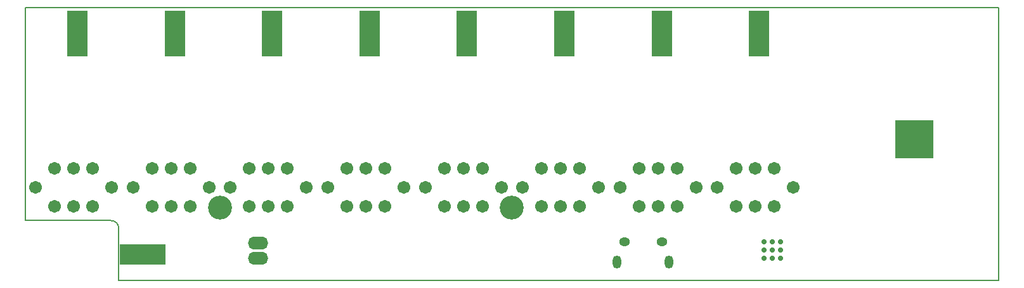
<source format=gbs>
G04*
G04 #@! TF.GenerationSoftware,Altium Limited,Altium Designer,20.0.13 (296)*
G04*
G04 Layer_Color=16711935*
%FSLAX44Y44*%
%MOMM*%
G71*
G01*
G75*
%ADD11C,0.2000*%
%ADD33R,5.2032X5.2032*%
%ADD42C,1.7032*%
%ADD43C,3.2032*%
%ADD44O,1.4532X1.1532*%
%ADD45O,1.1532X1.7532*%
%ADD46O,2.7032X1.7032*%
%ADD47R,2.2032X2.2032*%
%ADD48C,0.7032*%
%ADD87R,6.2032X2.7032*%
%ADD88R,2.7032X6.2032*%
D11*
X125000Y70000D02*
G03*
X115000Y80000I-10000J0D01*
G01*
X125000Y0D02*
Y70000D01*
X0Y80000D02*
X115000D01*
X0D02*
Y365000D01*
X125000Y0D02*
X1300000D01*
Y365000D01*
X0D02*
X1300000D01*
D33*
X1187500Y188500D02*
D03*
D42*
X924200Y124600D02*
D03*
X1025800D02*
D03*
X949600Y99200D02*
D03*
X975000D02*
D03*
X1000400D02*
D03*
X949600Y150000D02*
D03*
X975000D02*
D03*
X1000400D02*
D03*
X794200Y124600D02*
D03*
X895800D02*
D03*
X819600Y99200D02*
D03*
X845000D02*
D03*
X870400D02*
D03*
X819600Y150000D02*
D03*
X845000D02*
D03*
X870400D02*
D03*
X664200Y124600D02*
D03*
X765800D02*
D03*
X689600Y99200D02*
D03*
X715000D02*
D03*
X740400D02*
D03*
X689600Y150000D02*
D03*
X715000D02*
D03*
X740400D02*
D03*
X534200Y124600D02*
D03*
X635800D02*
D03*
X559600Y99200D02*
D03*
X585000D02*
D03*
X610400D02*
D03*
X559600Y150000D02*
D03*
X585000D02*
D03*
X610400D02*
D03*
X404200Y124600D02*
D03*
X505800D02*
D03*
X429600Y99200D02*
D03*
X455000D02*
D03*
X480400D02*
D03*
X429600Y150000D02*
D03*
X455000D02*
D03*
X480400D02*
D03*
X274200Y124600D02*
D03*
X375800D02*
D03*
X299600Y99200D02*
D03*
X325000D02*
D03*
X350400D02*
D03*
X299600Y150000D02*
D03*
X325000D02*
D03*
X350400D02*
D03*
X144200Y124600D02*
D03*
X245800D02*
D03*
X169600Y99200D02*
D03*
X195000D02*
D03*
X220400D02*
D03*
X169600Y150000D02*
D03*
X195000D02*
D03*
X220400D02*
D03*
X14200Y124604D02*
D03*
X115800D02*
D03*
X39600Y99204D02*
D03*
X65000D02*
D03*
X90400D02*
D03*
X39600Y150004D02*
D03*
X65000D02*
D03*
X90400D02*
D03*
D43*
X260000Y97500D02*
D03*
X650000D02*
D03*
D44*
X800000Y51250D02*
D03*
X850000D02*
D03*
D45*
X860000Y24250D02*
D03*
X790000D02*
D03*
D46*
X311000Y30000D02*
D03*
Y50000D02*
D03*
D47*
X1200000Y176000D02*
D03*
X1175000D02*
D03*
X1200000Y201000D02*
D03*
X1175000D02*
D03*
D48*
X1009000Y30000D02*
D03*
X998000D02*
D03*
X987000D02*
D03*
X1009000Y41000D02*
D03*
X998000D02*
D03*
X987000D02*
D03*
X1009000Y52000D02*
D03*
X998000D02*
D03*
X987000D02*
D03*
D87*
X157000Y35000D02*
D03*
D88*
X980000Y330000D02*
D03*
X850000D02*
D03*
X720000D02*
D03*
X590000D02*
D03*
X460000D02*
D03*
X330000D02*
D03*
X200000D02*
D03*
X70000Y330004D02*
D03*
M02*

</source>
